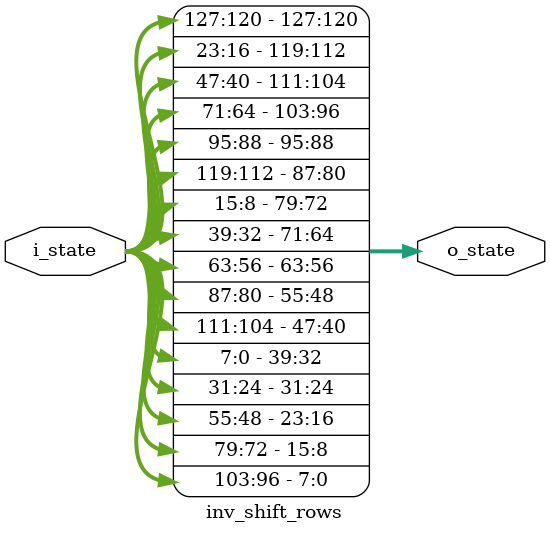
<source format=v>
/*
  *
  * Module: inv_shift_rows
  * Description: Shifts the rows of the state matrix to the right
  * 
  * Inputs:
  *  i_state[127:0] - The state matrix
  * Outputs:
  *  o_state[127:0] - The state matrix with the rows shifted to the right
  *
  * Author: Amir Anwar
  * Date: 2023-4-27
  *
*/
module inv_shift_rows (
    input [127:0] i_state,
    output [127:0] o_state
);

    // Row 1 - No shift 
    assign o_state[127:120] = i_state[127:120]; // row 1, col 1
    assign o_state[95:88]   = i_state[95:88];   // row 1, col 2
    assign o_state[63:56]   = i_state[63:56];   // row 1, col 3
    assign o_state[31:24]   = i_state[31:24];   // row 1, col 4

    // Row 2 - Shift right by 1
    assign o_state[119:112] = i_state[23:16];   // row 2, col 4 => row 2, col 1
    assign o_state[87:80]   = i_state[119:112]; // row 2, col 1 => row 2, col 2
    assign o_state[55:48]   = i_state[87:80];   // row 2, col 2 => row 2, col 3
    assign o_state[23:16]   = i_state[55:48];   // row 2, col 3 => row 2, col 4

    // Row 3 - Shift right by 2
    assign o_state[111:104] = i_state[47:40];   // row 3, col 3 => row 3, col 1
    assign o_state[79:72]   = i_state[15:8];    // row 3, col 4 => row 3, col 2
    assign o_state[47:40]   = i_state[111:104]; // row 3, col 1 => row 3, col 3
    assign o_state[15:8]    = i_state[79:72];   // row 3, col 2 => row 3, col 4

    // Row 4 - Shift right by 3
    assign o_state[103:96]  = i_state[71:64];   // row 4, col 2 => row 4, col 1
    assign o_state[71:64]   = i_state[39:32];   // row 4, col 3 => row 4, col 2
    assign o_state[39:32]   = i_state[7:0];     // row 4, col 4 => row 4, col 3
    assign o_state[7:0]     = i_state[103:96];  // row 4, col 1 => row 4, col 4

endmodule

</source>
